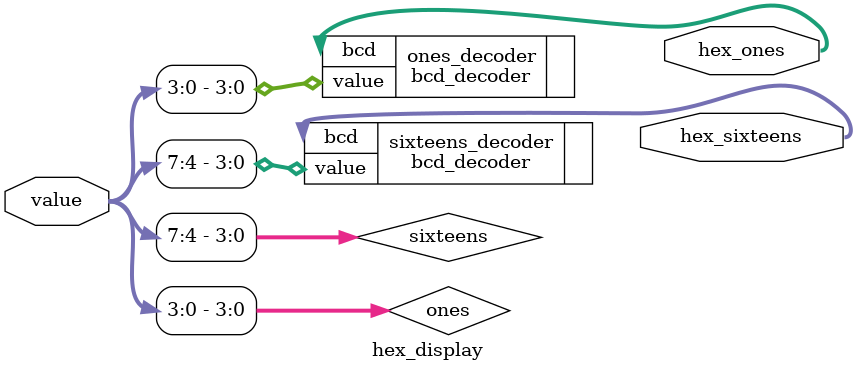
<source format=sv>
module hex_display (
    input  [7:0] value,
    output [6:0] hex_ones,
    output [6:0] hex_sixteens
);
  logic [3:0] ones, sixteens;
  assign ones = value[3:0];
  assign sixteens = value[7:4];

  bcd_decoder ones_decoder (
      .value(ones),
      .bcd  (hex_ones)
  );

  bcd_decoder sixteens_decoder (
      .value(sixteens),
      .bcd  (hex_sixteens)
  );


endmodule

</source>
